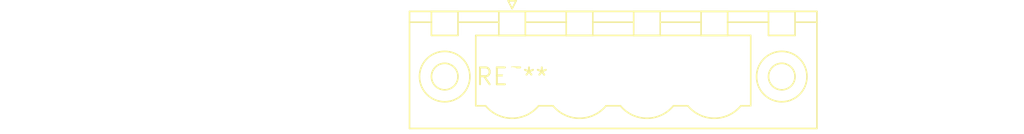
<source format=kicad_pcb>
(kicad_pcb (version 20240108) (generator pcbnew)
  (layers (0 "F.Cu" signal) (31 "B.Cu" signal) (34 "B.Paste" user) (35 "F.Paste" user) (36 "B.SilkS" user "B.Silkscreen") (37 "F.SilkS" user "F.Silkscreen") (38 "B.Mask" user) (39 "F.Mask" user) (44 "Edge.Cuts" user))
  (net 0 "")
  (footprint "PhoenixContact_MSTBV_2,5_4-GF-5,08_1x04_P5.08mm_Vertical_ThreadedFlange" (layer "F.Cu") (at 0 0)
    (property "Reference" "REF**")
    (property "Value" "PhoenixContact_MSTBV_2,5_4-GF-5,08_1x04_P5.08mm_Vertical_ThreadedFlange")
    (fp_line (start -7.73 -4.91) (end -7.73 3.91) (layer "F.SilkS") (stroke (width 0.12)))
    (fp_line (start -7.73 -4.1) (end -6.19 -4.1) (layer "F.SilkS") (stroke (width 0.12)))
    (fp_line (start -7.73 3.91) (end 22.97 3.91) (layer "F.SilkS") (stroke (width 0.12)))
    (fp_line (start -6.08 -4.91) (end -4.08 -4.91) (layer "F.SilkS") (stroke (width 0.12)))
    (fp_line (start -6.08 -3.1) (end -6.08 -4.91) (layer "F.SilkS") (stroke (width 0.12)))
    (fp_line (start -4.08 -4.91) (end -4.08 -3.1) (layer "F.SilkS") (stroke (width 0.12)))
    (fp_line (start -4.08 -4.1) (end -1 -4.1) (layer "F.SilkS") (stroke (width 0.12)))
    (fp_line (start -4.08 -3.1) (end -6.08 -3.1) (layer "F.SilkS") (stroke (width 0.12)))
    (fp_line (start -2.74 -3.1) (end 17.98 -3.1) (layer "F.SilkS") (stroke (width 0.12)))
    (fp_line (start -2.74 2.2) (end -2.74 -3.1) (layer "F.SilkS") (stroke (width 0.12)))
    (fp_line (start -2 2.2) (end -2.74 2.2) (layer "F.SilkS") (stroke (width 0.12)))
    (fp_line (start -1 -4.91) (end 1 -4.91) (layer "F.SilkS") (stroke (width 0.12)))
    (fp_line (start -1 -3.1) (end -1 -4.91) (layer "F.SilkS") (stroke (width 0.12)))
    (fp_line (start -0.3 -5.71) (end 0.3 -5.71) (layer "F.SilkS") (stroke (width 0.12)))
    (fp_line (start 0 -5.11) (end -0.3 -5.71) (layer "F.SilkS") (stroke (width 0.12)))
    (fp_line (start 0.3 -5.71) (end 0 -5.11) (layer "F.SilkS") (stroke (width 0.12)))
    (fp_line (start 1 -4.91) (end 1 -3.1) (layer "F.SilkS") (stroke (width 0.12)))
    (fp_line (start 1 -4.1) (end 4.08 -4.1) (layer "F.SilkS") (stroke (width 0.12)))
    (fp_line (start 1 -3.1) (end -1 -3.1) (layer "F.SilkS") (stroke (width 0.12)))
    (fp_line (start 2 2.2) (end 3.08 2.2) (layer "F.SilkS") (stroke (width 0.12)))
    (fp_line (start 4.08 -4.91) (end 6.08 -4.91) (layer "F.SilkS") (stroke (width 0.12)))
    (fp_line (start 4.08 -3.1) (end 4.08 -4.91) (layer "F.SilkS") (stroke (width 0.12)))
    (fp_line (start 6.08 -4.91) (end 6.08 -3.1) (layer "F.SilkS") (stroke (width 0.12)))
    (fp_line (start 6.08 -4.1) (end 9.16 -4.1) (layer "F.SilkS") (stroke (width 0.12)))
    (fp_line (start 6.08 -3.1) (end 4.08 -3.1) (layer "F.SilkS") (stroke (width 0.12)))
    (fp_line (start 7.08 2.2) (end 8.16 2.2) (layer "F.SilkS") (stroke (width 0.12)))
    (fp_line (start 9.16 -4.91) (end 11.16 -4.91) (layer "F.SilkS") (stroke (width 0.12)))
    (fp_line (start 9.16 -3.1) (end 9.16 -4.91) (layer "F.SilkS") (stroke (width 0.12)))
    (fp_line (start 11.16 -4.91) (end 11.16 -3.1) (layer "F.SilkS") (stroke (width 0.12)))
    (fp_line (start 11.16 -4.1) (end 14.24 -4.1) (layer "F.SilkS") (stroke (width 0.12)))
    (fp_line (start 11.16 -3.1) (end 9.16 -3.1) (layer "F.SilkS") (stroke (width 0.12)))
    (fp_line (start 12.16 2.2) (end 13.24 2.2) (layer "F.SilkS") (stroke (width 0.12)))
    (fp_line (start 14.24 -4.91) (end 16.24 -4.91) (layer "F.SilkS") (stroke (width 0.12)))
    (fp_line (start 14.24 -3.1) (end 14.24 -4.91) (layer "F.SilkS") (stroke (width 0.12)))
    (fp_line (start 16.24 -4.91) (end 16.24 -3.1) (layer "F.SilkS") (stroke (width 0.12)))
    (fp_line (start 16.24 -4.1) (end 19.32 -4.1) (layer "F.SilkS") (stroke (width 0.12)))
    (fp_line (start 16.24 -3.1) (end 14.24 -3.1) (layer "F.SilkS") (stroke (width 0.12)))
    (fp_line (start 17.98 -3.1) (end 17.98 2.2) (layer "F.SilkS") (stroke (width 0.12)))
    (fp_line (start 17.98 2.2) (end 17.24 2.2) (layer "F.SilkS") (stroke (width 0.12)))
    (fp_line (start 19.32 -4.91) (end 21.32 -4.91) (layer "F.SilkS") (stroke (width 0.12)))
    (fp_line (start 19.32 -3.1) (end 19.32 -4.91) (layer "F.SilkS") (stroke (width 0.12)))
    (fp_line (start 21.32 -4.91) (end 21.32 -3.1) (layer "F.SilkS") (stroke (width 0.12)))
    (fp_line (start 21.32 -3.1) (end 19.32 -3.1) (layer "F.SilkS") (stroke (width 0.12)))
    (fp_line (start 22.97 -4.91) (end -7.73 -4.91) (layer "F.SilkS") (stroke (width 0.12)))
    (fp_line (start 22.97 -4.1) (end 21.43 -4.1) (layer "F.SilkS") (stroke (width 0.12)))
    (fp_line (start 22.97 3.91) (end 22.97 -4.91) (layer "F.SilkS") (stroke (width 0.12)))
    (fp_arc (start 1.986842 2.215821) (mid -0.010289 3.142758) (end -2 2.2) (layer "F.SilkS") (stroke (width 0.12)))
    (fp_arc (start 7.066842 2.215821) (mid 5.069711 3.142758) (end 3.08 2.2) (layer "F.SilkS") (stroke (width 0.12)))
    (fp_arc (start 12.146842 2.215821) (mid 10.149711 3.142758) (end 8.16 2.2) (layer "F.SilkS") (stroke (width 0.12)))
    (fp_arc (start 17.226842 2.215821) (mid 15.229711 3.142758) (end 13.24 2.2) (layer "F.SilkS") (stroke (width 0.12)))
    (fp_circle (center -5.08 0) (end -4.08 0) (layer "F.SilkS") (stroke (width 0.12)) (fill none))
    (fp_circle (center -5.08 0) (end -3.18 0) (layer "F.SilkS") (stroke (width 0.12)) (fill none))
    (fp_circle (center 20.32 0) (end 21.32 0) (layer "F.SilkS") (stroke (width 0.12)) (fill none))
    (fp_circle (center 20.32 0) (end 22.22 0) (layer "F.SilkS") (stroke (width 0.12)) (fill none))
    (pad "1" thru_hole roundrect (at 0 0) (size 2.08 3.6) (drill 1.4) (layers *.Cu *.Mask) (remove_unused_layers) (roundrect_rratio 0.120192))
    (pad "2" thru_hole oval (at 5.08 0) (size 2.08 3.6) (drill 1.4) (layers *.Cu *.Mask) (remove_unused_layers))
    (pad "3" thru_hole oval (at 10.16 0) (size 2.08 3.6) (drill 1.4) (layers *.Cu *.Mask) (remove_unused_layers))
    (pad "4" thru_hole oval (at 15.24 0) (size 2.08 3.6) (drill 1.4) (layers *.Cu *.Mask) (remove_unused_layers))
  )
)
</source>
